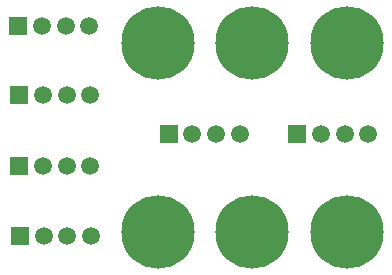
<source format=gbr>
G04*
G04 #@! TF.GenerationSoftware,Altium Limited,Altium Designer,23.0.1 (38)*
G04*
G04 Layer_Color=16711935*
%FSLAX25Y25*%
%MOIN*%
G70*
G04*
G04 #@! TF.SameCoordinates,383C52D0-4EDD-4C0E-AA1A-A67FCF8BFF30*
G04*
G04*
G04 #@! TF.FilePolarity,Negative*
G04*
G01*
G75*
%ADD18R,0.05950X0.05950*%
%ADD19C,0.05950*%
%ADD20C,0.24422*%
D18*
X369685Y166929D02*
D03*
X326752Y166937D02*
D03*
X276626Y202937D02*
D03*
X277004Y179937D02*
D03*
Y156437D02*
D03*
X277252Y132937D02*
D03*
D19*
X377559Y166929D02*
D03*
X385433D02*
D03*
X393307D02*
D03*
X350374Y166937D02*
D03*
X342500D02*
D03*
X334626D02*
D03*
X300248Y202937D02*
D03*
X292374D02*
D03*
X284500D02*
D03*
X284878Y179937D02*
D03*
X292752D02*
D03*
X300626D02*
D03*
X284878Y156437D02*
D03*
X292752D02*
D03*
X300626D02*
D03*
X300874Y132937D02*
D03*
X293000D02*
D03*
X285126D02*
D03*
D20*
X354563Y197437D02*
D03*
X386059D02*
D03*
X323067D02*
D03*
Y134445D02*
D03*
X354563D02*
D03*
X386059D02*
D03*
M02*

</source>
